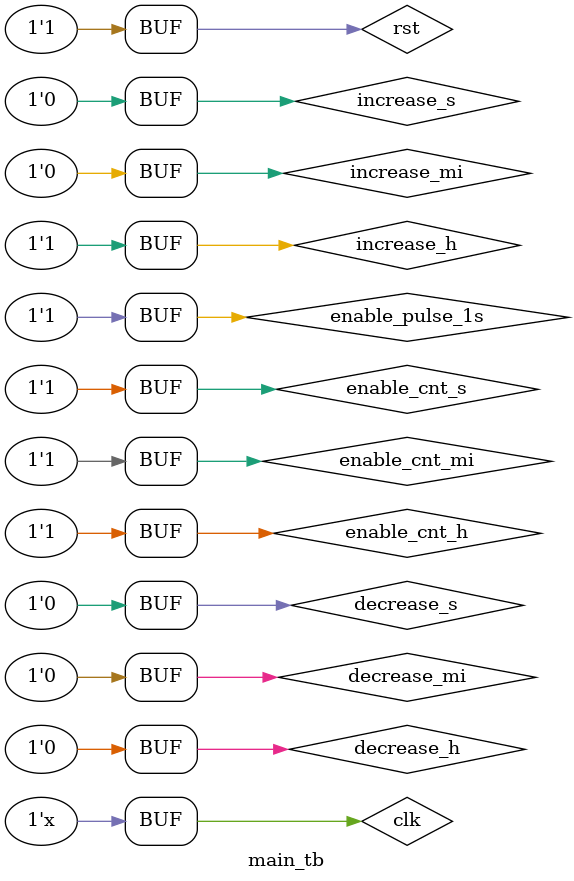
<source format=v>
`timescale 1ns / 1ns

module main_tb;
    reg clk;
    reg rst;
    reg enable_pulse_1s;

    reg increase_s;
    reg decrease_s;
    reg enable_cnt_s;
    wire [5:0] cnt_s;
    wire pulse_1mi;

    reg increase_mi;
    reg decrease_mi;
    reg enable_cnt_mi;
    wire [5:0] cnt_mi;
    wire pulse_1h;

    reg increase_h;
    reg decrease_h;
    reg enable_cnt_h;
    wire [5:0] cnt_h;
    wire pulse_1d;

    // Instantiate the Unit Under Test (UUT)
    main uut (
        .clk(clk), 
        .rst(rst), 
        .enable_pulse_1s(enable_pulse_1s),

        .increase_s(increase_s),
        .decrease_s(decrease_s),
        .enable_cnt_s(enable_cnt_s),
        .cnt_s(cnt_s),
        .pulse_1mi(pulse_1mi),

        .increase_mi(increase_mi),
        .decrease_mi(decrease_mi),
        .enable_cnt_mi(enable_cnt_mi),
        .cnt_mi(cnt_mi),
        .pulse_1h(pulse_1h),

        .increase_h(increase_h),
        .decrease_h(decrease_h),
        .enable_cnt_h(enable_cnt_h),
        .cnt_h(cnt_h),
        .pulse_1d(pulse_1d)
    );

    initial begin
        // Initialize Inputs
        clk = 0;
        rst = 0;
        enable_pulse_1s = 1;

        increase_s = 0;
        decrease_s = 0;
        enable_cnt_s = 1; 

        increase_mi = 0;
        decrease_mi = 0;
        enable_cnt_mi = 1;

        increase_h = 0;
        decrease_h = 0;
        enable_cnt_h = 1;

        // Wait for 100 ns for global reset to finish
        #100;
        
        // De-assert reset
        rst = 1;
        #100;
        
        // First 1000ns: enable = 0, increase and decrease varies
        enable_cnt_h = 0;
        increase_h = 1;
        decrease_h = 0;
        repeat(10) begin
            #100;
            increase_h = ~increase_h;
            decrease_h = ~decrease_h;
        end

        // Next 1000ns: enable = 1, increase and decrease varies
        enable_cnt_h = 1;
        repeat(10) begin
            #100;
            increase_h = ~increase_h;
            decrease_h = ~decrease_h;
        end
    end
      
    // Clock generator
    always #10 clk = ~clk;
    
endmodule

</source>
